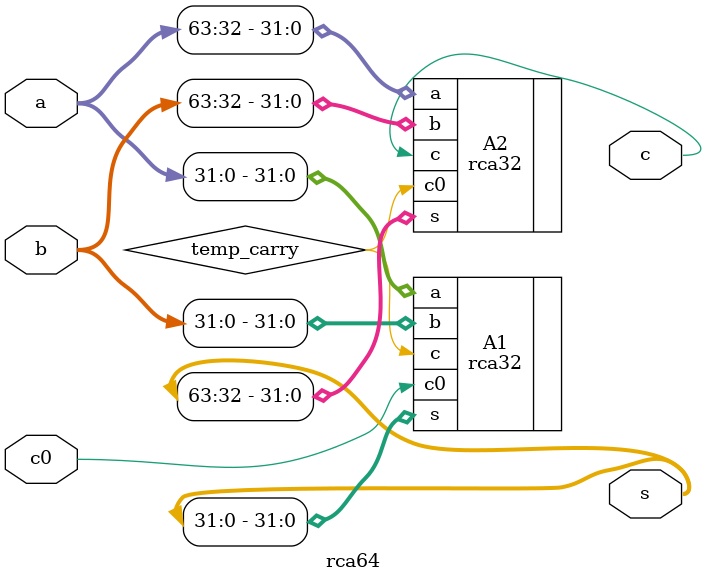
<source format=v>
`include "32bit.v"							// Importing 32 bit Ripple carry adder module

module rca64(a,b,c0,c,s);					//  Defining Module
    input [63:0]a,b;						//	2 64-bit numbers input
    input c0;								//  Initial carry input
    output c;								//  1-bit carry outpu
    output [63:0] s;						//  64-bit sum output
    wire temp_carry;						//	Temperory carry wire
    rca32 A1(.a(a[31:0]),.b(b[31:0]),.c0(c0),.c(temp_carry),.s(s[31:0]));						//	Implementing 1st 32-bit ripple carry adders and the sum is stored in s[31:0] and the carry in temp_carry
    rca32 A2(.a(a[63:32]),.b(b[63:32]),.c0(temp_carry),.c(c),.s(s[63:32]));						//	Implementing 2nd 32-bit ripple carry adders and the sum is stored in s[63:32] and the carry in c

endmodule																						//	Final sum is s[63:0] and the carry is in c
</source>
